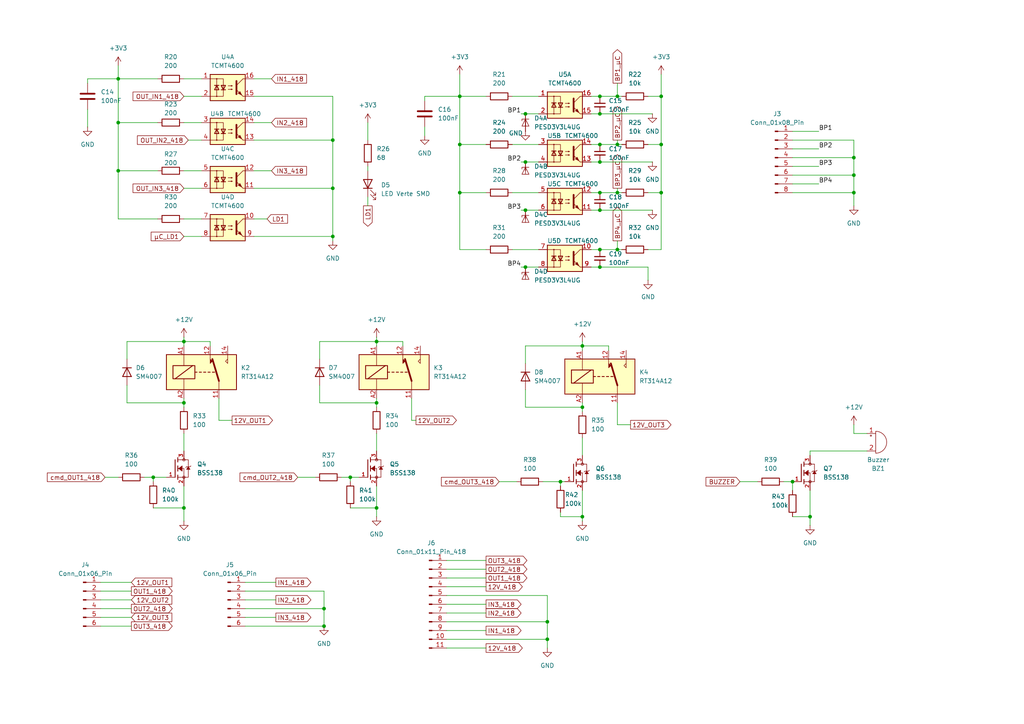
<source format=kicad_sch>
(kicad_sch (version 20250114) (generator "eeschema") (generator_version "9.0")
  (paper "A4")
  (title_block (title "INPUT/OUTPUT") (date "2025-07-26") (rev "V2") (company "TTS") (comment 1 "EP"))
  (junction (at 179.07 55.88))
  (junction (at 53.34 99.06))
  (junction (at 93.98 181.61))
  (junction (at 191.77 55.88))
  (junction (at 179.07 41.91))
  (junction (at 158.75 180.34))
  (junction (at 152.4 77.47))
  (junction (at 234.95 149.86))
  (junction (at 133.35 27.94))
  (junction (at 162.56 139.7))
  (junction (at 101.6 138.43))
  (junction (at 173.99 41.91))
  (junction (at 173.99 72.39))
  (junction (at 152.4 33.02))
  (junction (at 53.34 147.32))
  (junction (at 247.65 55.88))
  (junction (at 96.52 68.58))
  (junction (at 34.29 49.53))
  (junction (at 96.52 54.61))
  (junction (at 179.07 72.39))
  (junction (at 168.91 149.86))
  (junction (at 109.22 147.32))
  (junction (at 247.65 45.72))
  (junction (at 34.29 35.56))
  (junction (at 152.4 46.99))
  (junction (at 173.99 33.02))
  (junction (at 173.99 77.47))
  (junction (at 158.75 185.42))
  (junction (at 173.99 27.94))
  (junction (at 229.87 139.7))
  (junction (at 173.99 60.96))
  (junction (at 173.99 55.88))
  (junction (at 191.77 27.94))
  (junction (at 109.22 99.06))
  (junction (at 173.99 46.99))
  (junction (at 96.52 40.64))
  (junction (at 247.65 50.8))
  (junction (at 191.77 41.91))
  (junction (at 152.4 60.96))
  (junction (at 133.35 55.88))
  (junction (at 93.98 176.53))
  (junction (at 44.45 138.43))
  (junction (at 168.91 100.33))
  (junction (at 53.34 116.84))
  (junction (at 179.07 27.94))
  (junction (at 34.29 22.86))
  (junction (at 133.35 41.91))
  (junction (at 109.22 116.84))
  (junction (at 168.91 118.11))
  (wire (pts (xy 171.45 33.02) (xy 173.99 33.02)))
  (wire (pts (xy 106.68 48.26) (xy 106.68 49.53)))
  (wire (pts (xy 36.83 104.14) (xy 36.83 99.06)))
  (wire (pts (xy 119.38 121.92) (xy 119.38 115.57)))
  (wire (pts (xy 191.77 27.94) (xy 187.96 27.94)))
  (wire (pts (xy 36.83 111.76) (xy 36.83 116.84)))
  (wire (pts (xy 148.59 41.91) (xy 156.21 41.91)))
  (wire (pts (xy 73.66 40.64) (xy 96.52 40.64)))
  (wire (pts (xy 152.4 113.03) (xy 152.4 118.11)))
  (wire (pts (xy 229.87 53.34) (xy 237.49 53.34)))
  (wire (pts (xy 182.88 123.19) (xy 179.07 123.19)))
  (wire (pts (xy 152.4 118.11) (xy 168.91 118.11)))
  (wire (pts (xy 60.96 100.33) (xy 60.96 99.06)))
  (wire (pts (xy 44.45 138.43) (xy 48.26 138.43)))
  (wire (pts (xy 53.34 115.57) (xy 53.34 116.84)))
  (wire (pts (xy 158.75 172.72) (xy 158.75 180.34)))
  (wire (pts (xy 229.87 50.8) (xy 247.65 50.8)))
  (wire (pts (xy 36.83 116.84) (xy 53.34 116.84)))
  (wire (pts (xy 173.99 60.96) (xy 189.23 60.96)))
  (wire (pts (xy 229.87 45.72) (xy 247.65 45.72)))
  (wire (pts (xy 171.45 27.94) (xy 173.99 27.94)))
  (wire (pts (xy 96.52 68.58) (xy 96.52 69.85)))
  (wire (pts (xy 29.21 171.45) (xy 38.1 171.45)))
  (wire (pts (xy 168.91 118.11) (xy 168.91 119.38)))
  (wire (pts (xy 171.45 46.99) (xy 173.99 46.99)))
  (wire (pts (xy 123.19 27.94) (xy 123.19 29.21)))
  (wire (pts (xy 247.65 40.64) (xy 247.65 45.72)))
  (wire (pts (xy 148.59 55.88) (xy 156.21 55.88)))
  (wire (pts (xy 229.87 149.86) (xy 234.95 149.86)))
  (wire (pts (xy 34.29 35.56) (xy 34.29 49.53)))
  (wire (pts (xy 123.19 27.94) (xy 133.35 27.94)))
  (wire (pts (xy 234.95 149.86) (xy 234.95 152.4)))
  (wire (pts (xy 129.54 187.96) (xy 140.97 187.96)))
  (wire (pts (xy 53.34 54.61) (xy 58.42 54.61)))
  (wire (pts (xy 247.65 50.8) (xy 247.65 55.88)))
  (wire (pts (xy 99.06 138.43) (xy 101.6 138.43)))
  (wire (pts (xy 109.22 99.06) (xy 116.84 99.06)))
  (wire (pts (xy 109.22 116.84) (xy 109.22 118.11)))
  (wire (pts (xy 179.07 72.39) (xy 180.34 72.39)))
  (wire (pts (xy 53.34 22.86) (xy 58.42 22.86)))
  (wire (pts (xy 119.38 121.92) (xy 120.65 121.92)))
  (wire (pts (xy 173.99 33.02) (xy 189.23 33.02)))
  (wire (pts (xy 106.68 57.15) (xy 106.68 59.69)))
  (wire (pts (xy 158.75 187.96) (xy 158.75 185.42)))
  (wire (pts (xy 53.34 147.32) (xy 53.34 151.13)))
  (wire (pts (xy 73.66 22.86) (xy 78.74 22.86)))
  (wire (pts (xy 247.65 45.72) (xy 247.65 50.8)))
  (wire (pts (xy 101.6 138.43) (xy 104.14 138.43)))
  (wire (pts (xy 25.4 24.13) (xy 25.4 22.86)))
  (wire (pts (xy 45.72 35.56) (xy 34.29 35.56)))
  (wire (pts (xy 229.87 55.88) (xy 247.65 55.88)))
  (wire (pts (xy 251.46 125.73) (xy 247.65 125.73)))
  (wire (pts (xy 53.34 35.56) (xy 58.42 35.56)))
  (wire (pts (xy 234.95 130.81) (xy 234.95 132.08)))
  (wire (pts (xy 229.87 48.26) (xy 237.49 48.26)))
  (wire (pts (xy 101.6 138.43) (xy 101.6 139.7)))
  (wire (pts (xy 129.54 172.72) (xy 158.75 172.72)))
  (wire (pts (xy 140.97 41.91) (xy 133.35 41.91)))
  (wire (pts (xy 29.21 168.91) (xy 38.1 168.91)))
  (wire (pts (xy 63.5 121.92) (xy 63.5 115.57)))
  (wire (pts (xy 93.98 171.45) (xy 93.98 176.53)))
  (wire (pts (xy 227.33 139.7) (xy 229.87 139.7)))
  (wire (pts (xy 152.4 105.41) (xy 152.4 100.33)))
  (wire (pts (xy 176.53 101.6) (xy 176.53 100.33)))
  (wire (pts (xy 191.77 21.59) (xy 191.77 27.94)))
  (wire (pts (xy 29.21 173.99) (xy 38.1 173.99)))
  (wire (pts (xy 30.48 138.43) (xy 34.29 138.43)))
  (wire (pts (xy 168.91 149.86) (xy 168.91 151.13)))
  (wire (pts (xy 86.36 138.43) (xy 91.44 138.43)))
  (wire (pts (xy 129.54 175.26) (xy 140.97 175.26)))
  (wire (pts (xy 247.65 55.88) (xy 247.65 59.69)))
  (wire (pts (xy 152.4 100.33) (xy 168.91 100.33)))
  (wire (pts (xy 106.68 35.56) (xy 106.68 40.64)))
  (wire (pts (xy 214.63 139.7) (xy 219.71 139.7)))
  (wire (pts (xy 168.91 116.84) (xy 168.91 118.11)))
  (wire (pts (xy 168.91 100.33) (xy 168.91 101.6)))
  (wire (pts (xy 162.56 148.59) (xy 162.56 149.86)))
  (wire (pts (xy 173.99 27.94) (xy 179.07 27.94)))
  (wire (pts (xy 133.35 55.88) (xy 133.35 72.39)))
  (wire (pts (xy 109.22 97.79) (xy 109.22 99.06)))
  (wire (pts (xy 109.22 115.57) (xy 109.22 116.84)))
  (wire (pts (xy 247.65 125.73) (xy 247.65 123.19)))
  (wire (pts (xy 133.35 21.59) (xy 133.35 27.94)))
  (wire (pts (xy 92.71 99.06) (xy 109.22 99.06)))
  (wire (pts (xy 44.45 138.43) (xy 44.45 139.7)))
  (wire (pts (xy 73.66 35.56) (xy 78.74 35.56)))
  (wire (pts (xy 133.35 55.88) (xy 133.35 41.91)))
  (wire (pts (xy 53.34 116.84) (xy 53.34 118.11)))
  (wire (pts (xy 71.12 181.61) (xy 93.98 181.61)))
  (wire (pts (xy 162.56 149.86) (xy 168.91 149.86)))
  (wire (pts (xy 34.29 22.86) (xy 45.72 22.86)))
  (wire (pts (xy 53.34 97.79) (xy 53.34 99.06)))
  (wire (pts (xy 34.29 19.05) (xy 34.29 22.86)))
  (wire (pts (xy 171.45 72.39) (xy 173.99 72.39)))
  (wire (pts (xy 45.72 63.5) (xy 34.29 63.5)))
  (wire (pts (xy 109.22 99.06) (xy 109.22 100.33)))
  (wire (pts (xy 171.45 55.88) (xy 173.99 55.88)))
  (wire (pts (xy 229.87 38.1) (xy 237.49 38.1)))
  (wire (pts (xy 53.34 68.58) (xy 58.42 68.58)))
  (wire (pts (xy 173.99 41.91) (xy 179.07 41.91)))
  (wire (pts (xy 168.91 127) (xy 168.91 132.08)))
  (wire (pts (xy 53.34 99.06) (xy 53.34 100.33)))
  (wire (pts (xy 179.07 55.88) (xy 180.34 55.88)))
  (wire (pts (xy 36.83 99.06) (xy 53.34 99.06)))
  (wire (pts (xy 129.54 177.8) (xy 140.97 177.8)))
  (wire (pts (xy 148.59 27.94) (xy 156.21 27.94)))
  (wire (pts (xy 133.35 27.94) (xy 133.35 41.91)))
  (wire (pts (xy 179.07 54.61) (xy 179.07 55.88)))
  (wire (pts (xy 171.45 60.96) (xy 173.99 60.96)))
  (wire (pts (xy 67.31 121.92) (xy 63.5 121.92)))
  (wire (pts (xy 96.52 40.64) (xy 96.52 54.61)))
  (wire (pts (xy 53.34 125.73) (xy 53.34 130.81)))
  (wire (pts (xy 157.48 139.7) (xy 162.56 139.7)))
  (wire (pts (xy 73.66 54.61) (xy 96.52 54.61)))
  (wire (pts (xy 234.95 142.24) (xy 234.95 149.86)))
  (wire (pts (xy 140.97 27.94) (xy 133.35 27.94)))
  (wire (pts (xy 187.96 72.39) (xy 191.77 72.39)))
  (wire (pts (xy 148.59 72.39) (xy 156.21 72.39)))
  (wire (pts (xy 151.13 46.99) (xy 152.4 46.99)))
  (wire (pts (xy 116.84 99.06) (xy 116.84 100.33)))
  (wire (pts (xy 129.54 162.56) (xy 140.97 162.56)))
  (wire (pts (xy 151.13 60.96) (xy 152.4 60.96)))
  (wire (pts (xy 162.56 139.7) (xy 163.83 139.7)))
  (wire (pts (xy 179.07 40.64) (xy 179.07 41.91)))
  (wire (pts (xy 53.34 49.53) (xy 58.42 49.53)))
  (wire (pts (xy 101.6 147.32) (xy 109.22 147.32)))
  (wire (pts (xy 187.96 77.47) (xy 173.99 77.47)))
  (wire (pts (xy 60.96 99.06) (xy 53.34 99.06)))
  (wire (pts (xy 44.45 147.32) (xy 53.34 147.32)))
  (wire (pts (xy 187.96 55.88) (xy 191.77 55.88)))
  (wire (pts (xy 179.07 27.94) (xy 180.34 27.94)))
  (wire (pts (xy 171.45 41.91) (xy 173.99 41.91)))
  (wire (pts (xy 173.99 46.99) (xy 189.23 46.99)))
  (wire (pts (xy 151.13 33.02) (xy 152.4 33.02)))
  (wire (pts (xy 92.71 116.84) (xy 109.22 116.84)))
  (wire (pts (xy 29.21 181.61) (xy 38.1 181.61)))
  (wire (pts (xy 29.21 176.53) (xy 38.1 176.53)))
  (wire (pts (xy 173.99 72.39) (xy 179.07 72.39)))
  (wire (pts (xy 71.12 168.91) (xy 80.01 168.91)))
  (wire (pts (xy 45.72 49.53) (xy 34.29 49.53)))
  (wire (pts (xy 168.91 99.06) (xy 168.91 100.33)))
  (wire (pts (xy 173.99 55.88) (xy 179.07 55.88)))
  (wire (pts (xy 92.71 104.14) (xy 92.71 99.06)))
  (wire (pts (xy 173.99 77.47) (xy 171.45 77.47)))
  (wire (pts (xy 229.87 139.7) (xy 229.87 142.24)))
  (wire (pts (xy 179.07 24.13) (xy 179.07 27.94)))
  (wire (pts (xy 229.87 40.64) (xy 247.65 40.64)))
  (wire (pts (xy 53.34 63.5) (xy 58.42 63.5)))
  (wire (pts (xy 140.97 55.88) (xy 133.35 55.88)))
  (wire (pts (xy 96.52 27.94) (xy 96.52 40.64)))
  (wire (pts (xy 140.97 72.39) (xy 133.35 72.39)))
  (wire (pts (xy 168.91 142.24) (xy 168.91 149.86)))
  (wire (pts (xy 93.98 176.53) (xy 93.98 181.61)))
  (wire (pts (xy 158.75 185.42) (xy 129.54 185.42)))
  (wire (pts (xy 71.12 176.53) (xy 93.98 176.53)))
  (wire (pts (xy 73.66 63.5) (xy 77.47 63.5)))
  (wire (pts (xy 123.19 36.83) (xy 123.19 39.37)))
  (wire (pts (xy 109.22 147.32) (xy 109.22 149.86)))
  (wire (pts (xy 109.22 125.73) (xy 109.22 130.81)))
  (wire (pts (xy 25.4 31.75) (xy 25.4 36.83)))
  (wire (pts (xy 29.21 179.07) (xy 38.1 179.07)))
  (wire (pts (xy 73.66 49.53) (xy 78.74 49.53)))
  (wire (pts (xy 179.07 41.91) (xy 180.34 41.91)))
  (wire (pts (xy 152.4 77.47) (xy 156.21 77.47)))
  (wire (pts (xy 151.13 77.47) (xy 152.4 77.47)))
  (wire (pts (xy 144.78 139.7) (xy 149.86 139.7)))
  (wire (pts (xy 73.66 27.94) (xy 96.52 27.94)))
  (wire (pts (xy 71.12 179.07) (xy 80.01 179.07)))
  (wire (pts (xy 152.4 33.02) (xy 156.21 33.02)))
  (wire (pts (xy 25.4 22.86) (xy 34.29 22.86)))
  (wire (pts (xy 73.66 68.58) (xy 96.52 68.58)))
  (wire (pts (xy 251.46 130.81) (xy 234.95 130.81)))
  (wire (pts (xy 191.77 55.88) (xy 191.77 72.39)))
  (wire (pts (xy 129.54 180.34) (xy 158.75 180.34)))
  (wire (pts (xy 129.54 167.64) (xy 140.97 167.64)))
  (wire (pts (xy 71.12 171.45) (xy 93.98 171.45)))
  (wire (pts (xy 92.71 111.76) (xy 92.71 116.84)))
  (wire (pts (xy 129.54 182.88) (xy 140.97 182.88)))
  (wire (pts (xy 41.91 138.43) (xy 44.45 138.43)))
  (wire (pts (xy 191.77 41.91) (xy 191.77 27.94)))
  (wire (pts (xy 109.22 140.97) (xy 109.22 147.32)))
  (wire (pts (xy 162.56 139.7) (xy 162.56 140.97)))
  (wire (pts (xy 71.12 173.99) (xy 80.01 173.99)))
  (wire (pts (xy 34.29 49.53) (xy 34.29 63.5)))
  (wire (pts (xy 53.34 140.97) (xy 53.34 147.32)))
  (wire (pts (xy 129.54 165.1) (xy 140.97 165.1)))
  (wire (pts (xy 152.4 46.99) (xy 156.21 46.99)))
  (wire (pts (xy 34.29 22.86) (xy 34.29 35.56)))
  (wire (pts (xy 152.4 60.96) (xy 156.21 60.96)))
  (wire (pts (xy 176.53 100.33) (xy 168.91 100.33)))
  (wire (pts (xy 179.07 123.19) (xy 179.07 116.84)))
  (wire (pts (xy 191.77 55.88) (xy 191.77 41.91)))
  (wire (pts (xy 53.34 27.94) (xy 58.42 27.94)))
  (wire (pts (xy 96.52 54.61) (xy 96.52 68.58)))
  (wire (pts (xy 187.96 41.91) (xy 191.77 41.91)))
  (wire (pts (xy 179.07 69.85) (xy 179.07 72.39)))
  (wire (pts (xy 158.75 180.34) (xy 158.75 185.42)))
  (wire (pts (xy 129.54 170.18) (xy 140.97 170.18)))
  (wire (pts (xy 229.87 43.18) (xy 237.49 43.18)))
  (wire (pts (xy 54.61 40.64) (xy 58.42 40.64)))
  (wire (pts (xy 187.96 77.47) (xy 187.96 81.28)))
  (label "BP4" (at 237.49 53.34 0))
  (label "BP2" (at 237.49 43.18 0))
  (label "BP3" (at 237.49 48.26 0))
  (label "BP1" (at 237.49 38.1 0))
  (label "BP4" (at 151.13 77.47 180))
  (label "BP2" (at 151.13 46.99 180))
  (label "BP1" (at 151.13 33.02 180))
  (label "BP3" (at 151.13 60.96 180))
  (global_label "OUT1_418" (shape output) (at 38.1 171.45 0) (property "Intersheetrefs" "${INTERSHEET_REFS}" (effects (hide yes))))
  (global_label "BP4_µC" (shape output) (at 179.07 69.85 90) (property "Intersheetrefs" "${INTERSHEET_REFS}" (effects (hide yes))))
  (global_label "12V_OUT1" (shape input) (at 38.1 168.91 0) (property "Intersheetrefs" "${INTERSHEET_REFS}" (effects (hide yes))))
  (global_label "IN1_418" (shape input) (at 78.74 22.86 0) (property "Intersheetrefs" "${INTERSHEET_REFS}" (effects (hide yes))))
  (global_label "12V_418" (shape output) (at 140.97 170.18 0) (property "Intersheetrefs" "${INTERSHEET_REFS}" (effects (hide yes))))
  (global_label "BP2_µC" (shape output) (at 179.07 40.64 90) (property "Intersheetrefs" "${INTERSHEET_REFS}" (effects (hide yes))))
  (global_label "OUT3_418" (shape output) (at 38.1 181.61 0) (property "Intersheetrefs" "${INTERSHEET_REFS}" (effects (hide yes))))
  (global_label "12V_OUT3" (shape output) (at 182.88 123.19 0) (property "Intersheetrefs" "${INTERSHEET_REFS}" (effects (hide yes))))
  (global_label "cmd_OUT3_418" (shape input) (at 144.78 139.7 180) (property "Intersheetrefs" "${INTERSHEET_REFS}" (effects (hide yes))))
  (global_label "cmd_OUT2_418" (shape input) (at 86.36 138.43 180) (property "Intersheetrefs" "${INTERSHEET_REFS}" (effects (hide yes))))
  (global_label "OUT2_418" (shape output) (at 38.1 176.53 0) (property "Intersheetrefs" "${INTERSHEET_REFS}" (effects (hide yes))))
  (global_label "OUT2_418" (shape output) (at 140.97 165.1 0) (property "Intersheetrefs" "${INTERSHEET_REFS}" (effects (hide yes))))
  (global_label "12V_OUT3" (shape input) (at 38.1 179.07 0) (property "Intersheetrefs" "${INTERSHEET_REFS}" (effects (hide yes))))
  (global_label "IN2_418" (shape output) (at 80.01 173.99 0) (property "Intersheetrefs" "${INTERSHEET_REFS}" (effects (hide yes))))
  (global_label "cmd_OUT1_418" (shape input) (at 30.48 138.43 180) (property "Intersheetrefs" "${INTERSHEET_REFS}" (effects (hide yes))))
  (global_label "IN3_418" (shape input) (at 78.74 49.53 0) (property "Intersheetrefs" "${INTERSHEET_REFS}" (effects (hide yes))))
  (global_label "OUT3_418" (shape output) (at 140.97 162.56 0) (property "Intersheetrefs" "${INTERSHEET_REFS}" (effects (hide yes))))
  (global_label "OUT_IN1_418" (shape input) (at 53.34 27.94 180) (property "Intersheetrefs" "${INTERSHEET_REFS}" (effects (hide yes))))
  (global_label "12V_418" (shape output) (at 140.97 187.96 0) (property "Intersheetrefs" "${INTERSHEET_REFS}" (effects (hide yes))))
  (global_label "IN2_418" (shape input) (at 78.74 35.56 0) (property "Intersheetrefs" "${INTERSHEET_REFS}" (effects (hide yes))))
  (global_label "IN3_418" (shape output) (at 80.01 179.07 0) (property "Intersheetrefs" "${INTERSHEET_REFS}" (effects (hide yes))))
  (global_label "IN1_418" (shape output) (at 140.97 182.88 0) (property "Intersheetrefs" "${INTERSHEET_REFS}" (effects (hide yes))))
  (global_label "IN2_418" (shape output) (at 140.97 177.8 0) (property "Intersheetrefs" "${INTERSHEET_REFS}" (effects (hide yes))))
  (global_label "12V_OUT1" (shape output) (at 67.31 121.92 0) (property "Intersheetrefs" "${INTERSHEET_REFS}" (effects (hide yes))))
  (global_label "LD1" (shape output) (at 106.68 59.69 270) (property "Intersheetrefs" "${INTERSHEET_REFS}" (effects (hide yes))))
  (global_label "OUT_IN3_418" (shape input) (at 53.34 54.61 180) (property "Intersheetrefs" "${INTERSHEET_REFS}" (effects (hide yes))))
  (global_label "12V_OUT2" (shape output) (at 120.65 121.92 0) (property "Intersheetrefs" "${INTERSHEET_REFS}" (effects (hide yes))))
  (global_label "BUZZER" (shape input) (at 214.63 139.7 180) (property "Intersheetrefs" "${INTERSHEET_REFS}" (effects (hide yes))))
  (global_label "BP3_µC" (shape output) (at 179.07 54.61 90) (property "Intersheetrefs" "${INTERSHEET_REFS}" (effects (hide yes))))
  (global_label "LD1" (shape input) (at 77.47 63.5 0) (property "Intersheetrefs" "${INTERSHEET_REFS}" (effects (hide yes))))
  (global_label "IN1_418" (shape output) (at 80.01 168.91 0) (property "Intersheetrefs" "${INTERSHEET_REFS}" (effects (hide yes))))
  (global_label "IN3_418" (shape output) (at 140.97 175.26 0) (property "Intersheetrefs" "${INTERSHEET_REFS}" (effects (hide yes))))
  (global_label "12V_OUT2" (shape input) (at 38.1 173.99 0) (property "Intersheetrefs" "${INTERSHEET_REFS}" (effects (hide yes))))
  (global_label "BP1_µC" (shape output) (at 179.07 24.13 90) (property "Intersheetrefs" "${INTERSHEET_REFS}" (effects (hide yes))))
  (global_label "µC_LD1" (shape input) (at 53.34 68.58 180) (property "Intersheetrefs" "${INTERSHEET_REFS}" (effects (hide yes))))
  (global_label "OUT_IN2_418" (shape input) (at 54.61 40.64 180) (property "Intersheetrefs" "${INTERSHEET_REFS}" (effects (hide yes))))
  (global_label "OUT1_418" (shape output) (at 140.97 167.64 0) (property "Intersheetrefs" "${INTERSHEET_REFS}" (effects (hide yes))))
  (symbol (lib_id "Device:R") (at 49.53 63.5 90) (unit 1)
    (property "Reference" "R30" (at 49.53 57.15 90))
    (property "Value" "200" (at 49.53 59.69 90))
    (property "Footprint" "Resistor_SMD:R_0805_2012Metric_Pad1.20x1.40mm_HandSolder" (effects (hide yes)))
    (property "Description" "Resistor" (effects (hide yes)))
  )
  (symbol (lib_id "power:GND") (at 189.23 33.02 0) (unit 1)
    (property "Reference" "#PWR027" (effects (hide yes)))
    (property "Value" "GND" (at 189.23 38.1 0))
    (property "Description" "Power symbol creates a global label with name \"GND\" , ground" (effects (hide yes)))
  )
  (symbol (lib_id "Isolator:TCMT4600") (at 66.04 52.07 0) (unit 3)
    (property "Reference" "U4" (at 66.04 43.18 0))
    (property "Value" "TCMT4600" (at 66.04 45.72 0))
    (property "Footprint" "Package_SO:SOP-16_4.55x10.3mm_P1.27mm" (effects (hide yes)))
    (property "Datasheet" "http://www.vishay.com/docs/83512/tcmt1600.pdf" (effects (hide yes)))
    (property "Description" "Quad AC/DC Phototransistor Optocoupler, Vce 70V, CTR 80-300%, SOP16" (effects (hide yes)))
  )
  (symbol (lib_id "Diode:SM4007") (at 92.71 107.95 270) (unit 1)
    (property "Reference" "D7" (at 95.25 106.6799 90) (effects (justify left)))
    (property "Value" "SM4007" (at 95.25 109.2199 90) (effects (justify left)))
    (property "Footprint" "Diode_SMD:D_MELF" (effects (hide yes)))
    (property "Datasheet" "http://cdn-reichelt.de/documents/datenblatt/A400/SMD1N400%23DIO.pdf" (effects (hide yes)))
    (property "Description" "1000V 1A General Purpose Rectifier Diode, MELF" (effects (hide yes)))
    (property "Sim.Device" "D" (effects (hide yes)))
    (property "Sim.Pins" "1=K 2=A" (effects (hide yes)))
  )
  (symbol (lib_id "Power_Protection:PESD3V3L4UG") (at 152.4 80.01 270) (unit 4)
    (property "Reference" "D4" (at 154.94 78.7399 90) (effects (justify left)))
    (property "Value" "PESD3V3L4UG" (at 154.94 81.2799 90) (effects (justify left)))
    (property "Footprint" "Package_TO_SOT_SMD:SOT-353_SC-70-5" (effects (hide yes)))
    (property "Datasheet" "https://assets.nexperia.com/documents/data-sheet/PESDXL4UF_G_W.pdf" (effects (hide yes)))
    (property "Description" "Low capacitance unidirectional quadruple ESD protection diode array, 3.3V, Common Anode, SOT-353" (effects (hide yes)))
  )
  (symbol (lib_id "Device:R") (at 184.15 72.39 90) (unit 1)
    (property "Reference" "R32" (at 184.15 66.04 90))
    (property "Value" "10k" (at 184.15 68.58 90))
    (property "Footprint" "Resistor_SMD:R_0805_2012Metric_Pad1.20x1.40mm_HandSolder" (effects (hide yes)))
    (property "Description" "Resistor" (effects (hide yes)))
  )
  (symbol (lib_id "Connector:Conn_01x11_Pin") (at 124.46 175.26 0) (unit 1)
    (property "Reference" "J6" (at 125.095 157.48 0))
    (property "Value" "Conn_01x11_Pin_418" (at 125.095 160.02 0))
    (property "Footprint" "Connector_Phoenix_MSTB:PhoenixContact_MSTBVA_2,5_11-G-5,08_1x11_P5.08mm_Vertical" (effects (hide yes)))
    (property "Description" "Generic connector, single row, 01x11, script generated" (effects (hide yes)))
  )
  (symbol (lib_id "Device:C_Small") (at 173.99 58.42 0) (unit 1)
    (property "Reference" "C18" (at 176.53 57.1562 0) (effects (justify left)))
    (property "Value" "100nF" (at 176.53 59.6962 0) (effects (justify left)))
    (property "Footprint" "Capacitor_SMD:C_0805_2012Metric_Pad1.18x1.45mm_HandSolder" (effects (hide yes)))
    (property "Description" "Unpolarized capacitor, small symbol" (effects (hide yes)))
  )
  (symbol (lib_id "power:GND") (at 158.75 187.96 0) (unit 1)
    (property "Reference" "#PWR046" (effects (hide yes)))
    (property "Value" "GND" (at 158.75 193.04 0))
    (property "Description" "Power symbol creates a global label with name \"GND\" , ground" (effects (hide yes)))
  )
  (symbol (lib_id "Device:R") (at 49.53 22.86 90) (unit 1)
    (property "Reference" "R20" (at 49.53 16.51 90))
    (property "Value" "200" (at 49.53 19.05 90))
    (property "Footprint" "Resistor_SMD:R_0805_2012Metric_Pad1.20x1.40mm_HandSolder" (effects (hide yes)))
    (property "Description" "Resistor" (effects (hide yes)))
  )
  (symbol (lib_id "Device:R") (at 184.15 55.88 90) (unit 1)
    (property "Reference" "R29" (at 184.15 49.53 90))
    (property "Value" "10k" (at 184.15 52.07 90))
    (property "Footprint" "Resistor_SMD:R_0805_2012Metric_Pad1.20x1.40mm_HandSolder" (effects (hide yes)))
    (property "Description" "Resistor" (effects (hide yes)))
  )
  (symbol (lib_id "Device:R") (at 106.68 44.45 0) (unit 1)
    (property "Reference" "R26" (at 109.22 43.1799 0) (effects (justify left)))
    (property "Value" "68" (at 109.22 45.7199 0) (effects (justify left)))
    (property "Footprint" "Resistor_SMD:R_0805_2012Metric_Pad1.20x1.40mm_HandSolder" (effects (hide yes)))
    (property "Description" "Resistor" (effects (hide yes)))
  )
  (symbol (lib_id "Connector:Conn_01x08_Pin") (at 224.79 45.72 0) (unit 1)
    (property "Reference" "J3" (at 225.425 33.02 0))
    (property "Value" "Conn_01x08_Pin" (at 225.425 35.56 0))
    (property "Footprint" "Connector_Phoenix_MC:PhoenixContact_MCV_1,5_8-G-3.81_1x08_P3.81mm_Vertical" (effects (hide yes)))
    (property "Description" "Generic connector, single row, 01x08, script generated" (effects (hide yes)))
  )
  (symbol (lib_id "power:+3V3") (at 34.29 19.05 0) (unit 1)
    (property "Reference" "#PWR024" (effects (hide yes)))
    (property "Value" "+3V3" (at 34.29 13.97 0))
    (property "Description" "Power symbol creates a global label with name \"+3V3\"" (effects (hide yes)))
  )
  (symbol (lib_id "power:GND") (at 25.4 36.83 0) (unit 1)
    (property "Reference" "#PWR029" (effects (hide yes)))
    (property "Value" "GND" (at 25.4 41.91 0))
    (property "Description" "Power symbol creates a global label with name \"GND\" , ground" (effects (hide yes)))
  )
  (symbol (lib_id "Device:R") (at 144.78 72.39 90) (unit 1)
    (property "Reference" "R31" (at 144.78 66.04 90))
    (property "Value" "200" (at 144.78 68.58 90))
    (property "Footprint" "Resistor_SMD:R_0805_2012Metric_Pad1.20x1.40mm_HandSolder" (effects (hide yes)))
    (property "Description" "Resistor" (effects (hide yes)))
  )
  (symbol (lib_id "Device:R") (at 109.22 121.92 0) (unit 1)
    (property "Reference" "R34" (at 111.76 120.6499 0) (effects (justify left)))
    (property "Value" "100" (at 111.76 123.1899 0) (effects (justify left)))
    (property "Footprint" "Resistor_SMD:R_0805_2012Metric_Pad1.20x1.40mm_HandSolder" (effects (hide yes)))
    (property "Description" "Resistor" (effects (hide yes)))
  )
  (symbol (lib_id "power:GND") (at 247.65 59.69 0) (unit 1)
    (property "Reference" "#PWR033" (effects (hide yes)))
    (property "Value" "GND" (at 247.65 64.77 0))
    (property "Description" "Power symbol creates a global label with name \"GND\" , ground" (effects (hide yes)))
  )
  (symbol (lib_id "Isolator:TCMT4600") (at 163.83 44.45 0) (unit 2)
    (property "Reference" "U5" (at 158.75 39.37 0) (effects (justify left)))
    (property "Value" "TCMT4600" (at 163.83 39.37 0) (effects (justify left)))
    (property "Footprint" "Package_SO:SOP-16_4.55x10.3mm_P1.27mm" (effects (hide yes)))
    (property "Datasheet" "http://www.vishay.com/docs/83512/tcmt1600.pdf" (effects (hide yes)))
    (property "Description" "Quad AC/DC Phototransistor Optocoupler, Vce 70V, CTR 80-300%, SOP16" (effects (hide yes)))
  )
  (symbol (lib_id "Isolator:TCMT4600") (at 66.04 38.1 0) (unit 2)
    (property "Reference" "U4" (at 60.96 33.02 0) (effects (justify left)))
    (property "Value" "TCMT4600" (at 66.04 33.02 0) (effects (justify left)))
    (property "Footprint" "Package_SO:SOP-16_4.55x10.3mm_P1.27mm" (effects (hide yes)))
    (property "Datasheet" "http://www.vishay.com/docs/83512/tcmt1600.pdf" (effects (hide yes)))
    (property "Description" "Quad AC/DC Phototransistor Optocoupler, Vce 70V, CTR 80-300%, SOP16" (effects (hide yes)))
  )
  (symbol (lib_id "Isolator:TCMT4600") (at 163.83 74.93 0) (unit 4)
    (property "Reference" "U5" (at 158.75 69.85 0) (effects (justify left)))
    (property "Value" "TCMT4600" (at 163.83 69.85 0) (effects (justify left)))
    (property "Footprint" "Package_SO:SOP-16_4.55x10.3mm_P1.27mm" (effects (hide yes)))
    (property "Datasheet" "http://www.vishay.com/docs/83512/tcmt1600.pdf" (effects (hide yes)))
    (property "Description" "Quad AC/DC Phototransistor Optocoupler, Vce 70V, CTR 80-300%, SOP16" (effects (hide yes)))
  )
  (symbol (lib_id "power:+12V") (at 168.91 99.06 0) (unit 1)
    (property "Reference" "#PWR039" (effects (hide yes)))
    (property "Value" "+12V" (at 168.91 93.98 0))
    (property "Description" "Power symbol creates a global label with name \"+12V\"" (effects (hide yes)))
  )
  (symbol (lib_id "Device:R") (at 38.1 138.43 90) (unit 1)
    (property "Reference" "R36" (at 38.1 132.08 90))
    (property "Value" "100" (at 38.1 134.62 90))
    (property "Footprint" "Resistor_SMD:R_0805_2012Metric_Pad1.20x1.40mm_HandSolder" (effects (hide yes)))
    (property "Description" "Resistor" (effects (hide yes)))
  )
  (symbol (lib_id "Device:R") (at 44.45 143.51 0) (unit 1)
    (property "Reference" "R40" (at 46.99 142.2399 0) (effects (justify left)))
    (property "Value" "100k" (at 46.99 144.7799 0) (effects (justify left)))
    (property "Footprint" "Resistor_SMD:R_0805_2012Metric_Pad1.20x1.40mm_HandSolder" (effects (hide yes)))
    (property "Description" "Resistor" (effects (hide yes)))
  )
  (symbol (lib_id "Device:LED") (at 106.68 53.34 90) (unit 1)
    (property "Reference" "D5" (at 110.49 53.6574 90) (effects (justify right)))
    (property "Value" "LED Verte SMD" (at 110.49 56.1974 90) (effects (justify right)))
    (property "Footprint" "LED_SMD:LED_0805_2012Metric_Pad1.15x1.40mm_HandSolder" (effects (hide yes)))
    (property "Description" "Light emitting diode" (effects (hide yes)))
    (property "Sim.Pins" "1=K 2=A" (effects (hide yes)))
  )
  (symbol (lib_id "power:GND") (at 109.22 149.86 0) (unit 1)
    (property "Reference" "#PWR041" (effects (hide yes)))
    (property "Value" "GND" (at 109.22 154.94 0))
    (property "Description" "Power symbol creates a global label with name \"GND\" , ground" (effects (hide yes)))
  )
  (symbol (lib_id "power:GND") (at 96.52 69.85 0) (unit 1)
    (property "Reference" "#PWR035" (effects (hide yes)))
    (property "Value" "GND" (at 96.52 74.93 0))
    (property "Description" "Power symbol creates a global label with name \"GND\" , ground" (effects (hide yes)))
  )
  (symbol (lib_id "Device:R") (at 153.67 139.7 90) (unit 1)
    (property "Reference" "R38" (at 153.67 133.35 90))
    (property "Value" "100" (at 153.67 135.89 90))
    (property "Footprint" "Resistor_SMD:R_0805_2012Metric_Pad1.20x1.40mm_HandSolder" (effects (hide yes)))
    (property "Description" "Resistor" (effects (hide yes)))
  )
  (symbol (lib_id "power:+3V3") (at 133.35 21.59 0) (unit 1)
    (property "Reference" "#PWR025" (effects (hide yes)))
    (property "Value" "+3V3" (at 133.35 16.51 0))
    (property "Description" "Power symbol creates a global label with name \"+3V3\"" (effects (hide yes)))
  )
  (symbol (lib_id "Relay:RT314A12") (at 173.99 109.22 0) (unit 1)
    (property "Reference" "K4" (at 185.42 107.9499 0) (effects (justify left)))
    (property "Value" "RT314A12" (at 185.42 110.4899 0) (effects (justify left)))
    (property "Footprint" "Relay_THT:Relay_SPDT_Schrack-RT1-16A-FormC_RM5mm" (effects (hide yes)))
    (property "Datasheet" "https://www.te.com/commerce/DocumentDelivery/DDEController?Action=srchrtrv&DocNm=RT1_bistable&DocType=DS&DocLang=English" (effects (hide yes)))
    (property "Description" "Schrack RT1 relay, bistable single pole dual throw, single DC coil, 12V" (effects (hide yes)))
  )
  (symbol (lib_id "Relay:RT314A12") (at 58.42 107.95 0) (unit 1)
    (property "Reference" "K2" (at 69.85 106.6799 0) (effects (justify left)))
    (property "Value" "RT314A12" (at 69.85 109.2199 0) (effects (justify left)))
    (property "Footprint" "Relay_THT:Relay_SPDT_Schrack-RT1-16A-FormC_RM5mm" (effects (hide yes)))
    (property "Datasheet" "https://www.te.com/commerce/DocumentDelivery/DDEController?Action=srchrtrv&DocNm=RT1_bistable&DocType=DS&DocLang=English" (effects (hide yes)))
    (property "Description" "Schrack RT1 relay, bistable single pole dual throw, single DC coil, 12V" (effects (hide yes)))
  )
  (symbol (lib_id "Device:C_Small") (at 173.99 74.93 0) (unit 1)
    (property "Reference" "C19" (at 176.53 73.6662 0) (effects (justify left)))
    (property "Value" "100nF" (at 176.53 76.2062 0) (effects (justify left)))
    (property "Footprint" "Capacitor_SMD:C_0805_2012Metric_Pad1.18x1.45mm_HandSolder" (effects (hide yes)))
    (property "Description" "Unpolarized capacitor, small symbol" (effects (hide yes)))
  )
  (symbol (lib_id "Device:C_Small") (at 173.99 44.45 0) (unit 1)
    (property "Reference" "C17" (at 176.53 43.1862 0) (effects (justify left)))
    (property "Value" "100nF" (at 176.53 45.7262 0) (effects (justify left)))
    (property "Footprint" "Capacitor_SMD:C_0805_2012Metric_Pad1.18x1.45mm_HandSolder" (effects (hide yes)))
    (property "Description" "Unpolarized capacitor, small symbol" (effects (hide yes)))
  )
  (symbol (lib_id "Device:C") (at 123.19 33.02 0) (unit 1)
    (property "Reference" "C16" (at 127 31.7499 0) (effects (justify left)))
    (property "Value" "100nF" (at 127 34.2899 0) (effects (justify left)))
    (property "Footprint" "Capacitor_SMD:C_0805_2012Metric_Pad1.18x1.45mm_HandSolder" (effects (hide yes)))
    (property "Description" "Unpolarized capacitor" (effects (hide yes)))
  )
  (symbol (lib_id "power:GND") (at 189.23 46.99 0) (unit 1)
    (property "Reference" "#PWR032" (effects (hide yes)))
    (property "Value" "GND" (at 189.23 52.07 0))
    (property "Description" "Power symbol creates a global label with name \"GND\" , ground" (effects (hide yes)))
  )
  (symbol (lib_id "power:+12V") (at 247.65 123.19 0) (unit 1)
    (property "Reference" "#PWR040" (effects (hide yes)))
    (property "Value" "+12V" (at 247.65 118.11 0))
    (property "Description" "Power symbol creates a global label with name \"+12V\"" (effects (hide yes)))
  )
  (symbol (lib_id "Device:R") (at 53.34 121.92 0) (unit 1)
    (property "Reference" "R33" (at 55.88 120.6499 0) (effects (justify left)))
    (property "Value" "100" (at 55.88 123.1899 0) (effects (justify left)))
    (property "Footprint" "Resistor_SMD:R_0805_2012Metric_Pad1.20x1.40mm_HandSolder" (effects (hide yes)))
    (property "Description" "Resistor" (effects (hide yes)))
  )
  (symbol (lib_id "Diode:SM4007") (at 36.83 107.95 270) (unit 1)
    (property "Reference" "D6" (at 39.37 106.6799 90) (effects (justify left)))
    (property "Value" "SM4007" (at 39.37 109.2199 90) (effects (justify left)))
    (property "Footprint" "Diode_SMD:D_MELF" (effects (hide yes)))
    (property "Datasheet" "http://cdn-reichelt.de/documents/datenblatt/A400/SMD1N400%23DIO.pdf" (effects (hide yes)))
    (property "Description" "1000V 1A General Purpose Rectifier Diode, MELF" (effects (hide yes)))
    (property "Sim.Device" "D" (effects (hide yes)))
    (property "Sim.Pins" "1=K 2=A" (effects (hide yes)))
  )
  (symbol (lib_id "power:+3V3") (at 106.68 35.56 0) (unit 1)
    (property "Reference" "#PWR028" (effects (hide yes)))
    (property "Value" "+3V3" (at 106.68 30.48 0))
    (property "Description" "Power symbol creates a global label with name \"+3V3\"" (effects (hide yes)))
  )
  (symbol (lib_id "BSS138:BSS138") (at 232.41 137.16 0) (unit 1)
    (property "Reference" "Q7" (at 238.76 135.8899 0) (effects (justify left)))
    (property "Value" "BSS138" (at 238.76 138.4299 0) (effects (justify left)))
    (property "Footprint" "BSS138:SOT95P240X111-3N" (effects (hide yes)))
    (property "MF" "onsemi" (effects (hide yes)))
    (property "MAXIMUM_PACKAGE_HEIGHT" "1.11 mm" (effects (hide yes)))
    (property "Package" "SOT-23-3 ON Semiconductor" (effects (hide yes)))
    (property "Price" "None" (effects (hide yes)))
    (property "Check_prices" "https://www.snapeda.com/parts/BSS138/Onsemi/view-part/?ref=eda" (effects (hide yes)))
    (property "STANDARD" "IPC 7351B" (effects (hide yes)))
    (property "PARTREV" "30 Jan 2018" (effects (hide yes)))
    (property "SnapEDA_Link" "https://www.snapeda.com/parts/BSS138/Onsemi/view-part/?ref=snap" (effects (hide yes)))
    (property "MP" "BSS138" (effects (hide yes)))
    (property "Description_1" "N-Channel 50 V 220mA (Ta) 350mW (Ta) Surface Mount SOT-23-3" (effects (hide yes)))
    (property "Availability" "In Stock" (effects (hide yes)))
    (property "MANUFACTURER" "ON Semiconductor" (effects (hide yes)))
  )
  (symbol (lib_id "Power_Protection:PESD3V3L4UG") (at 152.4 35.56 270) (unit 1)
    (property "Reference" "D4" (at 154.94 34.2899 90) (effects (justify left)))
    (property "Value" "PESD3V3L4UG" (at 154.94 36.8299 90) (effects (justify left)))
    (property "Footprint" "Package_TO_SOT_SMD:SOT-353_SC-70-5" (effects (hide yes)))
    (property "Datasheet" "https://assets.nexperia.com/documents/data-sheet/PESDXL4UF_G_W.pdf" (effects (hide yes)))
    (property "Description" "Low capacitance unidirectional quadruple ESD protection diode array, 3.3V, Common Anode, SOT-353" (effects (hide yes)))
  )
  (symbol (lib_id "power:GND") (at 189.23 60.96 0) (unit 1)
    (property "Reference" "#PWR034" (effects (hide yes)))
    (property "Value" "GND" (at 189.23 66.04 0))
    (property "Description" "Power symbol creates a global label with name \"GND\" , ground" (effects (hide yes)))
  )
  (symbol (lib_id "BSS138:BSS138") (at 166.37 137.16 0) (unit 1)
    (property "Reference" "Q6" (at 172.72 135.8899 0) (effects (justify left)))
    (property "Value" "BSS138" (at 172.72 138.4299 0) (effects (justify left)))
    (property "Footprint" "BSS138:SOT95P240X111-3N" (effects (hide yes)))
    (property "MF" "onsemi" (effects (hide yes)))
    (property "MAXIMUM_PACKAGE_HEIGHT" "1.11 mm" (effects (hide yes)))
    (property "Package" "SOT-23-3 ON Semiconductor" (effects (hide yes)))
    (property "Price" "None" (effects (hide yes)))
    (property "Check_prices" "https://www.snapeda.com/parts/BSS138/Onsemi/view-part/?ref=eda" (effects (hide yes)))
    (property "STANDARD" "IPC 7351B" (effects (hide yes)))
    (property "PARTREV" "30 Jan 2018" (effects (hide yes)))
    (property "SnapEDA_Link" "https://www.snapeda.com/parts/BSS138/Onsemi/view-part/?ref=snap" (effects (hide yes)))
    (property "MP" "BSS138" (effects (hide yes)))
    (property "Description_1" "N-Channel 50 V 220mA (Ta) 350mW (Ta) Surface Mount SOT-23-3" (effects (hide yes)))
    (property "Availability" "In Stock" (effects (hide yes)))
    (property "MANUFACTURER" "ON Semiconductor" (effects (hide yes)))
  )
  (symbol (lib_id "Power_Protection:PESD3V3L4UG") (at 152.4 49.53 270) (unit 2)
    (property "Reference" "D4" (at 154.94 48.2599 90) (effects (justify left)))
    (property "Value" "PESD3V3L4UG" (at 154.94 50.7999 90) (effects (justify left)))
    (property "Footprint" "Package_TO_SOT_SMD:SOT-353_SC-70-5" (effects (hide yes)))
    (property "Datasheet" "https://assets.nexperia.com/documents/data-sheet/PESDXL4UF_G_W.pdf" (effects (hide yes)))
    (property "Description" "Low capacitance unidirectional quadruple ESD protection diode array, 3.3V, Common Anode, SOT-353" (effects (hide yes)))
  )
  (symbol (lib_id "Diode:SM4007") (at 152.4 109.22 270) (unit 1)
    (property "Reference" "D8" (at 154.94 107.9499 90) (effects (justify left)))
    (property "Value" "SM4007" (at 154.94 110.4899 90) (effects (justify left)))
    (property "Footprint" "Diode_SMD:D_MELF" (effects (hide yes)))
    (property "Datasheet" "http://cdn-reichelt.de/documents/datenblatt/A400/SMD1N400%23DIO.pdf" (effects (hide yes)))
    (property "Description" "1000V 1A General Purpose Rectifier Diode, MELF" (effects (hide yes)))
    (property "Sim.Device" "D" (effects (hide yes)))
    (property "Sim.Pins" "1=K 2=A" (effects (hide yes)))
  )
  (symbol (lib_id "power:+3V3") (at 191.77 21.59 0) (unit 1)
    (property "Reference" "#PWR026" (effects (hide yes)))
    (property "Value" "+3V3" (at 191.77 16.51 0))
    (property "Description" "Power symbol creates a global label with name \"+3V3\"" (effects (hide yes)))
  )
  (symbol (lib_id "Isolator:TCMT4600") (at 66.04 66.04 0) (unit 4)
    (property "Reference" "U4" (at 66.04 57.15 0))
    (property "Value" "TCMT4600" (at 66.04 59.69 0))
    (property "Footprint" "Package_SO:SOP-16_4.55x10.3mm_P1.27mm" (effects (hide yes)))
    (property "Datasheet" "http://www.vishay.com/docs/83512/tcmt1600.pdf" (effects (hide yes)))
    (property "Description" "Quad AC/DC Phototransistor Optocoupler, Vce 70V, CTR 80-300%, SOP16" (effects (hide yes)))
  )
  (symbol (lib_id "Device:R") (at 101.6 143.51 0) (unit 1)
    (property "Reference" "R41" (at 104.14 142.2399 0) (effects (justify left)))
    (property "Value" "100k" (at 104.14 144.7799 0) (effects (justify left)))
    (property "Footprint" "Resistor_SMD:R_0805_2012Metric_Pad1.20x1.40mm_HandSolder" (effects (hide yes)))
    (property "Description" "Resistor" (effects (hide yes)))
  )
  (symbol (lib_id "power:GND") (at 168.91 151.13 0) (unit 1)
    (property "Reference" "#PWR043" (effects (hide yes)))
    (property "Value" "GND" (at 168.91 156.21 0))
    (property "Description" "Power symbol creates a global label with name \"GND\" , ground" (effects (hide yes)))
  )
  (symbol (lib_id "Device:R") (at 144.78 27.94 90) (unit 1)
    (property "Reference" "R21" (at 144.78 21.59 90))
    (property "Value" "200" (at 144.78 24.13 90))
    (property "Footprint" "Resistor_SMD:R_0805_2012Metric_Pad1.20x1.40mm_HandSolder" (effects (hide yes)))
    (property "Description" "Resistor" (effects (hide yes)))
  )
  (symbol (lib_id "power:GND") (at 234.95 152.4 0) (unit 1)
    (property "Reference" "#PWR044" (effects (hide yes)))
    (property "Value" "GND" (at 234.95 157.48 0))
    (property "Description" "Power symbol creates a global label with name \"GND\" , ground" (effects (hide yes)))
  )
  (symbol (lib_id "power:GND") (at 93.98 181.61 0) (unit 1)
    (property "Reference" "#PWR045" (effects (hide yes)))
    (property "Value" "GND" (at 93.98 186.69 0))
    (property "Description" "Power symbol creates a global label with name \"GND\" , ground" (effects (hide yes)))
  )
  (symbol (lib_id "Connector:Conn_01x06_Pin") (at 66.04 173.99 0) (unit 1)
    (property "Reference" "J5" (at 66.675 163.83 0))
    (property "Value" "Conn_01x06_Pin" (at 66.675 166.37 0))
    (property "Footprint" "Connector_Phoenix_MC:PhoenixContact_MCV_1,5_6-G-3.81_1x06_P3.81mm_Vertical" (effects (hide yes)))
    (property "Description" "Generic connector, single row, 01x06, script generated" (effects (hide yes)))
  )
  (symbol (lib_id "Isolator:TCMT4600") (at 163.83 30.48 0) (unit 1)
    (property "Reference" "U5" (at 163.83 21.59 0))
    (property "Value" "TCMT4600" (at 163.83 24.13 0))
    (property "Footprint" "Package_SO:SOP-16_4.55x10.3mm_P1.27mm" (effects (hide yes)))
    (property "Datasheet" "http://www.vishay.com/docs/83512/tcmt1600.pdf" (effects (hide yes)))
    (property "Description" "Quad AC/DC Phototransistor Optocoupler, Vce 70V, CTR 80-300%, SOP16" (effects (hide yes)))
  )
  (symbol (lib_id "Device:R") (at 229.87 146.05 0) (unit 1)
    (property "Reference" "R43" (at 223.774 144.018 0) (effects (justify left)))
    (property "Value" "100k" (at 223.774 146.558 0) (effects (justify left)))
    (property "Footprint" "Resistor_SMD:R_0805_2012Metric_Pad1.20x1.40mm_HandSolder" (effects (hide yes)))
    (property "Description" "Resistor" (effects (hide yes)))
  )
  (symbol (lib_id "Isolator:TCMT4600") (at 66.04 25.4 0) (unit 1)
    (property "Reference" "U4" (at 66.04 16.51 0))
    (property "Value" "TCMT4600" (at 66.04 19.05 0))
    (property "Footprint" "Package_SO:SOP-16_4.55x10.3mm_P1.27mm" (effects (hide yes)))
    (property "Datasheet" "http://www.vishay.com/docs/83512/tcmt1600.pdf" (effects (hide yes)))
    (property "Description" "Quad AC/DC Phototransistor Optocoupler, Vce 70V, CTR 80-300%, SOP16" (effects (hide yes)))
  )
  (symbol (lib_id "Device:R") (at 184.15 27.94 90) (unit 1)
    (property "Reference" "R22" (at 184.15 21.59 90))
    (property "Value" "10k" (at 184.15 24.13 90))
    (property "Footprint" "Resistor_SMD:R_0805_2012Metric_Pad1.20x1.40mm_HandSolder" (effects (hide yes)))
    (property "Description" "Resistor" (effects (hide yes)))
  )
  (symbol (lib_id "power:GND") (at 53.34 151.13 0) (unit 1)
    (property "Reference" "#PWR042" (effects (hide yes)))
    (property "Value" "GND" (at 53.34 156.21 0))
    (property "Description" "Power symbol creates a global label with name \"GND\" , ground" (effects (hide yes)))
  )
  (symbol (lib_id "power:GND") (at 123.19 39.37 0) (unit 1)
    (property "Reference" "#PWR031" (effects (hide yes)))
    (property "Value" "GND" (at 123.19 44.45 0))
    (property "Description" "Power symbol creates a global label with name \"GND\" , ground" (effects (hide yes)))
  )
  (symbol (lib_id "Device:R") (at 144.78 41.91 90) (unit 1)
    (property "Reference" "R24" (at 144.78 35.56 90))
    (property "Value" "200" (at 144.78 38.1 90))
    (property "Footprint" "Resistor_SMD:R_0805_2012Metric_Pad1.20x1.40mm_HandSolder" (effects (hide yes)))
    (property "Description" "Resistor" (effects (hide yes)))
  )
  (symbol (lib_id "Device:R") (at 95.25 138.43 270) (unit 1)
    (property "Reference" "R37" (at 95.25 132.08 90))
    (property "Value" "100" (at 95.25 134.62 90))
    (property "Footprint" "Resistor_SMD:R_0805_2012Metric_Pad1.20x1.40mm_HandSolder" (effects (hide yes)))
    (property "Description" "Resistor" (effects (hide yes)))
  )
  (symbol (lib_id "Isolator:TCMT4600") (at 163.83 58.42 0) (unit 3)
    (property "Reference" "U5" (at 158.75 53.34 0) (effects (justify left)))
    (property "Value" "TCMT4600" (at 163.83 53.34 0) (effects (justify left)))
    (property "Footprint" "Package_SO:SOP-16_4.55x10.3mm_P1.27mm" (effects (hide yes)))
    (property "Datasheet" "http://www.vishay.com/docs/83512/tcmt1600.pdf" (effects (hide yes)))
    (property "Description" "Quad AC/DC Phototransistor Optocoupler, Vce 70V, CTR 80-300%, SOP16" (effects (hide yes)))
  )
  (symbol (lib_id "power:GND") (at 152.4 38.1 0) (unit 1)
    (property "Reference" "#PWR030" (effects (hide yes)))
    (property "Value" "GND" (at 149.606 38.608 0))
    (property "Description" "Power symbol creates a global label with name \"GND\" , ground" (effects (hide yes)))
  )
  (symbol (lib_id "BSS138:BSS138") (at 106.68 135.89 0) (unit 1)
    (property "Reference" "Q5" (at 113.03 134.6199 0) (effects (justify left)))
    (property "Value" "BSS138" (at 113.03 137.1599 0) (effects (justify left)))
    (property "Footprint" "BSS138:SOT95P240X111-3N" (effects (hide yes)))
    (property "MF" "onsemi" (effects (hide yes)))
    (property "MAXIMUM_PACKAGE_HEIGHT" "1.11 mm" (effects (hide yes)))
    (property "Package" "SOT-23-3 ON Semiconductor" (effects (hide yes)))
    (property "Price" "None" (effects (hide yes)))
    (property "Check_prices" "https://www.snapeda.com/parts/BSS138/Onsemi/view-part/?ref=eda" (effects (hide yes)))
    (property "STANDARD" "IPC 7351B" (effects (hide yes)))
    (property "PARTREV" "30 Jan 2018" (effects (hide yes)))
    (property "SnapEDA_Link" "https://www.snapeda.com/parts/BSS138/Onsemi/view-part/?ref=snap" (effects (hide yes)))
    (property "MP" "BSS138" (effects (hide yes)))
    (property "Description_1" "N-Channel 50 V 220mA (Ta) 350mW (Ta) Surface Mount SOT-23-3" (effects (hide yes)))
    (property "Availability" "In Stock" (effects (hide yes)))
    (property "MANUFACTURER" "ON Semiconductor" (effects (hide yes)))
  )
  (symbol (lib_id "Device:R") (at 184.15 41.91 90) (unit 1)
    (property "Reference" "R25" (at 184.15 35.56 90))
    (property "Value" "10k" (at 184.15 38.1 90))
    (property "Footprint" "Resistor_SMD:R_0805_2012Metric_Pad1.20x1.40mm_HandSolder" (effects (hide yes)))
    (property "Description" "Resistor" (effects (hide yes)))
  )
  (symbol (lib_id "Device:R") (at 49.53 35.56 90) (unit 1)
    (property "Reference" "R23" (at 49.53 30.226 90))
    (property "Value" "200" (at 49.53 32.766 90))
    (property "Footprint" "Resistor_SMD:R_0805_2012Metric_Pad1.20x1.40mm_HandSolder" (effects (hide yes)))
    (property "Description" "Resistor" (effects (hide yes)))
  )
  (symbol (lib_id "Relay:RT314A12") (at 114.3 107.95 0) (unit 1)
    (property "Reference" "K3" (at 125.73 106.6799 0) (effects (justify left)))
    (property "Value" "RT314A12" (at 125.73 109.2199 0) (effects (justify left)))
    (property "Footprint" "Relay_THT:Relay_SPDT_Schrack-RT1-16A-FormC_RM5mm" (effects (hide yes)))
    (property "Datasheet" "https://www.te.com/commerce/DocumentDelivery/DDEController?Action=srchrtrv&DocNm=RT1_bistable&DocType=DS&DocLang=English" (effects (hide yes)))
    (property "Description" "Schrack RT1 relay, bistable single pole dual throw, single DC coil, 12V" (effects (hide yes)))
  )
  (symbol (lib_id "Power_Protection:PESD3V3L4UG") (at 152.4 63.5 270) (unit 3)
    (property "Reference" "D4" (at 154.94 62.2299 90) (effects (justify left)))
    (property "Value" "PESD3V3L4UG" (at 154.94 64.7699 90) (effects (justify left)))
    (property "Footprint" "Package_TO_SOT_SMD:SOT-353_SC-70-5" (effects (hide yes)))
    (property "Datasheet" "https://assets.nexperia.com/documents/data-sheet/PESDXL4UF_G_W.pdf" (effects (hide yes)))
    (property "Description" "Low capacitance unidirectional quadruple ESD protection diode array, 3.3V, Common Anode, SOT-353" (effects (hide yes)))
  )
  (symbol (lib_id "Device:R") (at 168.91 123.19 0) (unit 1)
    (property "Reference" "R35" (at 171.45 121.9199 0) (effects (justify left)))
    (property "Value" "100" (at 171.45 124.4599 0) (effects (justify left)))
    (property "Footprint" "Resistor_SMD:R_0805_2012Metric_Pad1.20x1.40mm_HandSolder" (effects (hide yes)))
    (property "Description" "Resistor" (effects (hide yes)))
  )
  (symbol (lib_id "power:+12V") (at 109.22 97.79 0) (unit 1)
    (property "Reference" "#PWR038" (effects (hide yes)))
    (property "Value" "+12V" (at 109.22 92.71 0))
    (property "Description" "Power symbol creates a global label with name \"+12V\"" (effects (hide yes)))
  )
  (symbol (lib_id "BSS138:BSS138") (at 50.8 135.89 0) (unit 1)
    (property "Reference" "Q4" (at 57.15 134.6199 0) (effects (justify left)))
    (property "Value" "BSS138" (at 57.15 137.1599 0) (effects (justify left)))
    (property "Footprint" "BSS138:SOT95P240X111-3N" (effects (hide yes)))
    (property "MF" "onsemi" (effects (hide yes)))
    (property "MAXIMUM_PACKAGE_HEIGHT" "1.11 mm" (effects (hide yes)))
    (property "Package" "SOT-23-3 ON Semiconductor" (effects (hide yes)))
    (property "Price" "None" (effects (hide yes)))
    (property "Check_prices" "https://www.snapeda.com/parts/BSS138/Onsemi/view-part/?ref=eda" (effects (hide yes)))
    (property "STANDARD" "IPC 7351B" (effects (hide yes)))
    (property "PARTREV" "30 Jan 2018" (effects (hide yes)))
    (property "SnapEDA_Link" "https://www.snapeda.com/parts/BSS138/Onsemi/view-part/?ref=snap" (effects (hide yes)))
    (property "MP" "BSS138" (effects (hide yes)))
    (property "Description_1" "N-Channel 50 V 220mA (Ta) 350mW (Ta) Surface Mount SOT-23-3" (effects (hide yes)))
    (property "Availability" "In Stock" (effects (hide yes)))
    (property "MANUFACTURER" "ON Semiconductor" (effects (hide yes)))
  )
  (symbol (lib_id "Device:Buzzer") (at 254 128.27 0) (unit 1)
    (property "Reference" "BZ1" (at 254.7551 135.89 0))
    (property "Value" "Buzzer" (at 254.7551 133.35 0))
    (property "Footprint" "Buzzer_Beeper:Buzzer_15x7.5RM7.6" (effects (hide yes)))
    (property "Description" "Buzzer, polarized" (effects (hide yes)))
  )
  (symbol (lib_id "Device:C_Small") (at 173.99 30.48 0) (unit 1)
    (property "Reference" "C15" (at 176.53 29.2162 0) (effects (justify left)))
    (property "Value" "100nF" (at 176.53 31.7562 0) (effects (justify left)))
    (property "Footprint" "Capacitor_SMD:C_0805_2012Metric_Pad1.18x1.45mm_HandSolder" (effects (hide yes)))
    (property "Description" "Unpolarized capacitor, small symbol" (effects (hide yes)))
  )
  (symbol (lib_id "Connector:Conn_01x06_Pin") (at 24.13 173.99 0) (unit 1)
    (property "Reference" "J4" (at 24.765 163.83 0))
    (property "Value" "Conn_01x06_Pin" (at 24.765 166.37 0))
    (property "Footprint" "Connector_Phoenix_MC:PhoenixContact_MCV_1,5_6-G-3.81_1x06_P3.81mm_Vertical" (effects (hide yes)))
    (property "Description" "Generic connector, single row, 01x06, script generated" (effects (hide yes)))
  )
  (symbol (lib_id "Device:R") (at 223.52 139.7 90) (unit 1)
    (property "Reference" "R39" (at 223.52 133.35 90))
    (property "Value" "100" (at 223.52 135.89 90))
    (property "Footprint" "Resistor_SMD:R_0805_2012Metric_Pad1.20x1.40mm_HandSolder" (effects (hide yes)))
    (property "Description" "Resistor" (effects (hide yes)))
  )
  (symbol (lib_id "Device:R") (at 144.78 55.88 90) (unit 1)
    (property "Reference" "R28" (at 144.78 49.53 90))
    (property "Value" "200" (at 144.78 52.07 90))
    (property "Footprint" "Resistor_SMD:R_0805_2012Metric_Pad1.20x1.40mm_HandSolder" (effects (hide yes)))
    (property "Description" "Resistor" (effects (hide yes)))
  )
  (symbol (lib_id "power:GND") (at 187.96 81.28 0) (unit 1)
    (property "Reference" "#PWR036" (effects (hide yes)))
    (property "Value" "GND" (at 187.96 86.106 0))
    (property "Description" "Power symbol creates a global label with name \"GND\" , ground" (effects (hide yes)))
  )
  (symbol (lib_id "Device:C") (at 25.4 27.94 0) (unit 1)
    (property "Reference" "C14" (at 29.21 26.6699 0) (effects (justify left)))
    (property "Value" "100nF" (at 29.21 29.2099 0) (effects (justify left)))
    (property "Footprint" "Capacitor_SMD:C_0805_2012Metric_Pad1.18x1.45mm_HandSolder" (effects (hide yes)))
    (property "Description" "Unpolarized capacitor" (effects (hide yes)))
  )
  (symbol (lib_id "Device:R") (at 49.53 49.53 90) (unit 1)
    (property "Reference" "R27" (at 49.53 44.704 90))
    (property "Value" "200" (at 49.53 47.244 90))
    (property "Footprint" "Resistor_SMD:R_0805_2012Metric_Pad1.20x1.40mm_HandSolder" (effects (hide yes)))
    (property "Description" "Resistor" (effects (hide yes)))
  )
  (symbol (lib_id "power:+12V") (at 53.34 97.79 0) (unit 1)
    (property "Reference" "#PWR037" (effects (hide yes)))
    (property "Value" "+12V" (at 53.34 92.71 0))
    (property "Description" "Power symbol creates a global label with name \"+12V\"" (effects (hide yes)))
  )
  (symbol (lib_id "Device:R") (at 162.56 144.78 0) (unit 1)
    (property "Reference" "R42" (at 163.83 143.51 0) (effects (justify left)))
    (property "Value" "100k" (at 163.83 146.05 0) (effects (justify left)))
    (property "Footprint" "Resistor_SMD:R_0805_2012Metric_Pad1.20x1.40mm_HandSolder" (effects (hide yes)))
    (property "Description" "Resistor" (effects (hide yes)))
  )
)
</source>
